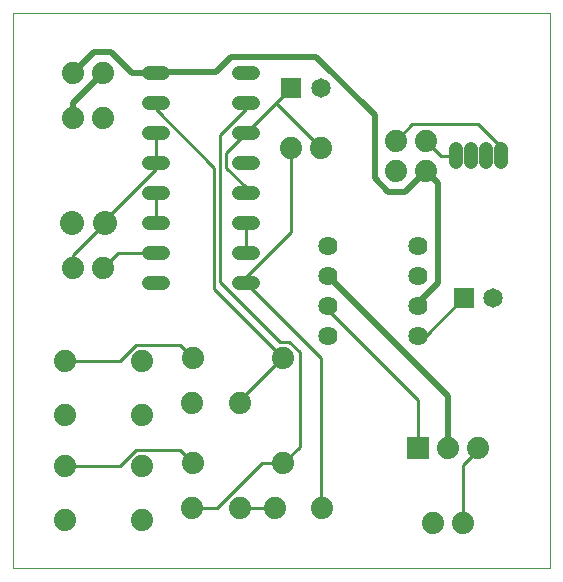
<source format=gtl>
G75*
%MOIN*%
%OFA0B0*%
%FSLAX25Y25*%
%IPPOS*%
%LPD*%
%AMOC8*
5,1,8,0,0,1.08239X$1,22.5*
%
%ADD10C,0.00000*%
%ADD11R,0.06500X0.06500*%
%ADD12C,0.06500*%
%ADD13C,0.08000*%
%ADD14C,0.04800*%
%ADD15C,0.07400*%
%ADD16C,0.06400*%
%ADD17R,0.07400X0.07400*%
%ADD18C,0.04500*%
%ADD19C,0.01000*%
%ADD20C,0.02000*%
D10*
X0001000Y0001000D02*
X0001000Y0185961D01*
X0179701Y0185961D01*
X0179701Y0001000D01*
X0001000Y0001000D01*
D11*
X0151079Y0091000D03*
X0093579Y0161000D03*
D12*
X0103421Y0161000D03*
X0160921Y0091000D03*
D13*
X0031500Y0116000D03*
X0020500Y0116000D03*
D14*
X0046100Y0116000D02*
X0050900Y0116000D01*
X0050900Y0126000D02*
X0046100Y0126000D01*
X0046100Y0136000D02*
X0050900Y0136000D01*
X0050900Y0146000D02*
X0046100Y0146000D01*
X0046100Y0156000D02*
X0050900Y0156000D01*
X0050900Y0166000D02*
X0046100Y0166000D01*
X0076100Y0166000D02*
X0080900Y0166000D01*
X0080900Y0156000D02*
X0076100Y0156000D01*
X0076100Y0146000D02*
X0080900Y0146000D01*
X0080900Y0136000D02*
X0076100Y0136000D01*
X0076100Y0126000D02*
X0080900Y0126000D01*
X0080900Y0116000D02*
X0076100Y0116000D01*
X0076100Y0106000D02*
X0080900Y0106000D01*
X0080900Y0096000D02*
X0076100Y0096000D01*
X0050900Y0096000D02*
X0046100Y0096000D01*
X0046100Y0106000D02*
X0050900Y0106000D01*
D15*
X0031000Y0101000D03*
X0021000Y0101000D03*
X0018200Y0069900D03*
X0018200Y0052100D03*
X0018200Y0034900D03*
X0018200Y0017100D03*
X0043800Y0017100D03*
X0060626Y0021000D03*
X0061000Y0036000D03*
X0043800Y0034900D03*
X0043800Y0052100D03*
X0060626Y0056000D03*
X0061000Y0071000D03*
X0043800Y0069900D03*
X0076374Y0056000D03*
X0091000Y0071000D03*
X0091000Y0036000D03*
X0088126Y0021000D03*
X0076374Y0021000D03*
X0103874Y0021000D03*
X0141000Y0016000D03*
X0151000Y0016000D03*
X0146000Y0040941D03*
X0156000Y0040941D03*
X0138500Y0133500D03*
X0138500Y0143500D03*
X0128500Y0143500D03*
X0128500Y0133500D03*
X0103500Y0141000D03*
X0093500Y0141000D03*
X0031000Y0151000D03*
X0021000Y0151000D03*
X0021000Y0166000D03*
X0031000Y0166000D03*
D16*
X0106000Y0108500D03*
X0106000Y0098500D03*
X0106000Y0088500D03*
X0106000Y0078500D03*
X0136000Y0078500D03*
X0136000Y0088500D03*
X0136000Y0098500D03*
X0136000Y0108500D03*
D17*
X0136000Y0040941D03*
D18*
X0148500Y0136250D02*
X0148500Y0140750D01*
X0153500Y0140750D02*
X0153500Y0136250D01*
X0158500Y0136250D02*
X0158500Y0140750D01*
X0163500Y0140750D02*
X0163500Y0136250D01*
D19*
X0163500Y0138500D02*
X0163500Y0141500D01*
X0156000Y0149000D01*
X0134000Y0149000D01*
X0128500Y0143500D01*
X0138500Y0143500D02*
X0143500Y0138500D01*
X0148500Y0138500D01*
X0103500Y0141000D02*
X0088500Y0156000D01*
X0093500Y0161000D01*
X0093579Y0161000D01*
X0088500Y0156000D02*
X0078500Y0146000D01*
X0072000Y0139500D01*
X0072000Y0134500D01*
X0078500Y0128000D01*
X0078500Y0126000D01*
X0078500Y0116000D02*
X0078500Y0106000D01*
X0078500Y0098000D02*
X0093500Y0113000D01*
X0093500Y0141000D01*
X0078500Y0154000D02*
X0078500Y0156000D01*
X0078500Y0154000D02*
X0070000Y0145500D01*
X0070000Y0096500D01*
X0090000Y0076500D01*
X0093000Y0076500D01*
X0096500Y0073000D01*
X0096500Y0041500D01*
X0091000Y0036000D01*
X0084000Y0036000D01*
X0069000Y0021000D01*
X0060626Y0021000D01*
X0061000Y0036000D02*
X0056500Y0040500D01*
X0042000Y0040500D01*
X0036500Y0035000D01*
X0018500Y0035000D01*
X0018200Y0034900D01*
X0018200Y0069900D02*
X0018500Y0070000D01*
X0036500Y0070000D01*
X0042000Y0075500D01*
X0056500Y0075500D01*
X0061000Y0071000D01*
X0076500Y0057000D02*
X0076500Y0056000D01*
X0076374Y0056000D01*
X0076500Y0057000D02*
X0090500Y0071000D01*
X0091000Y0071000D01*
X0068000Y0094000D01*
X0068000Y0134500D01*
X0048500Y0154000D01*
X0048500Y0156000D01*
X0048500Y0146000D02*
X0048500Y0136000D01*
X0048500Y0134000D01*
X0031500Y0117000D01*
X0031500Y0116000D01*
X0021000Y0105500D01*
X0021000Y0101000D01*
X0031000Y0101000D02*
X0036000Y0106000D01*
X0048500Y0106000D01*
X0048500Y0116000D02*
X0048500Y0126000D01*
X0078500Y0098000D02*
X0078500Y0096000D01*
X0103500Y0071000D01*
X0103500Y0021000D01*
X0103874Y0021000D01*
X0088126Y0021000D02*
X0076374Y0021000D01*
X0136000Y0040941D02*
X0136000Y0057000D01*
X0106000Y0087000D01*
X0106000Y0088500D01*
X0136000Y0078500D02*
X0138500Y0078500D01*
X0151000Y0091000D01*
X0151079Y0091000D01*
X0156000Y0040941D02*
X0156000Y0040500D01*
X0151000Y0035500D01*
X0151000Y0016000D01*
D20*
X0146000Y0040941D02*
X0146000Y0058500D01*
X0106000Y0098500D01*
X0126000Y0126500D02*
X0131500Y0126500D01*
X0138500Y0133500D01*
X0142500Y0129500D01*
X0142500Y0096000D01*
X0136000Y0089500D01*
X0136000Y0088500D01*
X0126000Y0126500D02*
X0121500Y0131000D01*
X0121500Y0152000D01*
X0102000Y0171500D01*
X0073500Y0171500D01*
X0068500Y0166500D01*
X0049000Y0166500D01*
X0048500Y0166000D01*
X0040500Y0166000D01*
X0033500Y0173000D01*
X0028000Y0173000D01*
X0021000Y0166000D01*
X0031000Y0166000D02*
X0021000Y0156000D01*
X0021000Y0151000D01*
M02*

</source>
